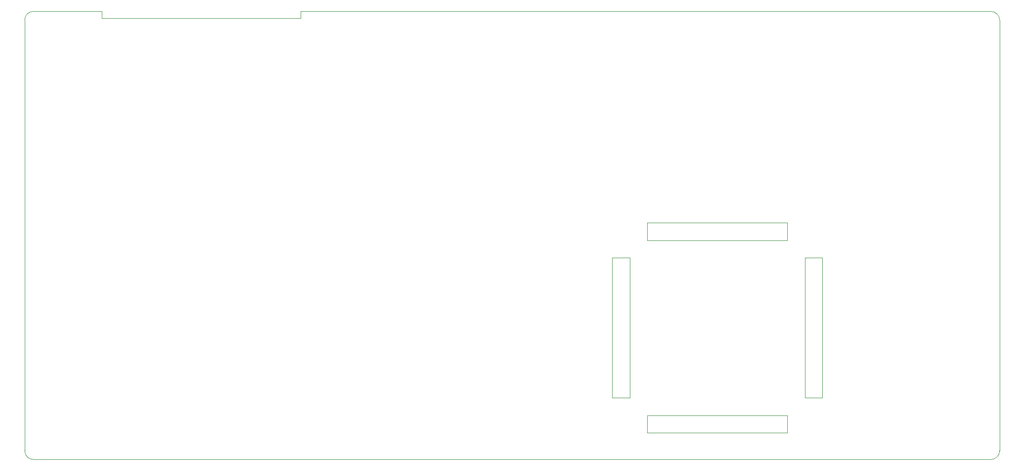
<source format=gbr>
G04 #@! TF.GenerationSoftware,KiCad,Pcbnew,(5.1.8)*
G04 #@! TF.CreationDate,2021-04-28T10:49:12-04:00*
G04 #@! TF.ProjectId,clock,636c6f63-6b2e-46b6-9963-61645f706362,rev?*
G04 #@! TF.SameCoordinates,Original*
G04 #@! TF.FileFunction,Profile,NP*
%FSLAX46Y46*%
G04 Gerber Fmt 4.6, Leading zero omitted, Abs format (unit mm)*
G04 Created by KiCad (PCBNEW (5.1.8)) date 2021-04-28 10:49:12*
%MOMM*%
%LPD*%
G01*
G04 APERTURE LIST*
G04 #@! TA.AperFunction,Profile*
%ADD10C,0.100000*%
G04 #@! TD*
G04 APERTURE END LIST*
D10*
X192087500Y-165100000D02*
G75*
G03*
X190500000Y-166687500I0J-1587500D01*
G01*
X190500000Y-244792500D02*
G75*
G03*
X192087500Y-246380000I1587500J0D01*
G01*
X365696500Y-246380000D02*
G75*
G03*
X367284000Y-244792500I0J1587500D01*
G01*
X367284000Y-166687500D02*
G75*
G03*
X365696500Y-165100000I-1587500J0D01*
G01*
X204470000Y-165100000D02*
X192087500Y-165100000D01*
X240538000Y-166370000D02*
X240538000Y-165100000D01*
X204470000Y-166370000D02*
X240538000Y-166370000D01*
X204470000Y-165100000D02*
X204470000Y-166370000D01*
X331978000Y-209804000D02*
X331978000Y-235204000D01*
X335153000Y-209804000D02*
X331978000Y-209804000D01*
X335153000Y-235204000D02*
X335153000Y-209804000D01*
X331978000Y-235204000D02*
X335153000Y-235204000D01*
X328803000Y-241554000D02*
X303403000Y-241554000D01*
X328803000Y-238379000D02*
X328803000Y-241554000D01*
X303403000Y-238379000D02*
X328803000Y-238379000D01*
X303403000Y-241554000D02*
X303403000Y-238379000D01*
X328803000Y-206629000D02*
X303403000Y-206629000D01*
X328803000Y-203454000D02*
X328803000Y-206629000D01*
X303403000Y-203454000D02*
X328803000Y-203454000D01*
X303403000Y-206629000D02*
X303403000Y-203454000D01*
X297053000Y-209804000D02*
X297053000Y-235204000D01*
X300228000Y-209804000D02*
X297053000Y-209804000D01*
X300228000Y-235204000D02*
X300228000Y-209804000D01*
X297053000Y-235204000D02*
X300228000Y-235204000D01*
X190500000Y-166687500D02*
X190500000Y-244792500D01*
X365696500Y-165100000D02*
X240538000Y-165100000D01*
X367284000Y-244792500D02*
X367284000Y-166687500D01*
X192087500Y-246380000D02*
X365696500Y-246380000D01*
M02*

</source>
